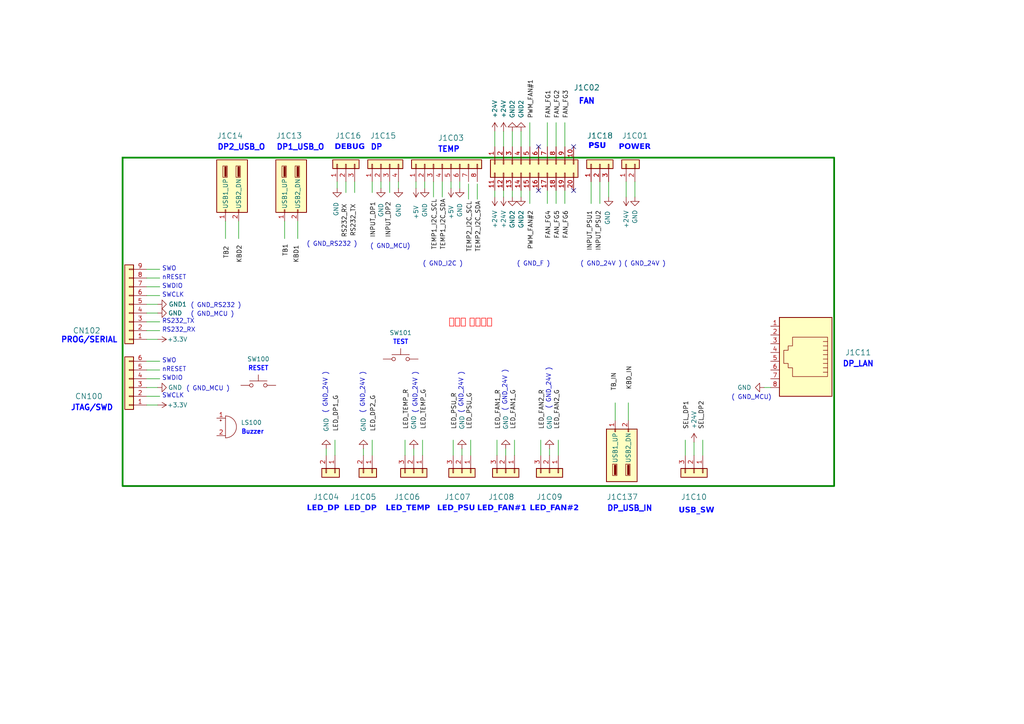
<source format=kicad_sch>
(kicad_sch (version 20230121) (generator eeschema)
  (paper "A4")
  (title_block (title "CONSOLE Control Board") (date "2024-10-11") (rev "R1.1_241209") (company "(주)볼크"))
  (lib_symbols
    (symbol "Connector:RJ45" (pin_names (offset 1.016))
      (property "Reference" "J" (at -5.08 13.97 0))
      (property "Value" "RJ45" (at 2.54 13.97 0))
      (symbol "RJ45_0_1"
        (polyline (pts (xy -5.08 4.445) (xy -6.35 4.445)))
        (polyline (pts (xy -5.08 5.715) (xy -6.35 5.715)))
        (polyline (pts (xy -6.35 -3.175) (xy -5.08 -3.175) (xy -5.08 -3.175)))
        (polyline (pts (xy -6.35 -1.905) (xy -5.08 -1.905) (xy -5.08 -1.905)))
        (polyline (pts (xy -6.35 -0.635) (xy -5.08 -0.635) (xy -5.08 -0.635)))
        (polyline (pts (xy -6.35 0.635) (xy -5.08 0.635) (xy -5.08 0.635)))
        (polyline (pts (xy -6.35 1.905) (xy -5.08 1.905) (xy -5.08 1.905)))
        (polyline (pts (xy -5.08 3.175) (xy -6.35 3.175) (xy -6.35 3.175)))
        (polyline (pts (xy -6.35 -4.445) (xy -6.35 6.985) (xy 3.81 6.985) (xy 3.81 4.445) (xy 5.08 4.445) (xy 5.08 3.175) (xy 6.35 3.175) (xy 6.35 -0.635) (xy 5.08 -0.635) (xy 5.08 -1.905) (xy 3.81 -1.905) (xy 3.81 -4.445) (xy -6.35 -4.445) (xy -6.35 -4.445)))
        (rectangle (start 7.62 12.7) (end -7.62 -10.16) (stroke (width 0.254)) (fill (type background)))
      )
      (symbol "RJ45_1_1"
        (pin passive line (at 10.16 -7.62 180) (length 2.54) (name "~") (number "1"))
        (pin passive line (at 10.16 -5.08 180) (length 2.54) (name "~") (number "2"))
        (pin passive line (at 10.16 -2.54 180) (length 2.54) (name "~") (number "3"))
        (pin passive line (at 10.16 0 180) (length 2.54) (name "~") (number "4"))
        (pin passive line (at 10.16 2.54 180) (length 2.54) (name "~") (number "5"))
        (pin passive line (at 10.16 5.08 180) (length 2.54) (name "~") (number "6"))
        (pin passive line (at 10.16 7.62 180) (length 2.54) (name "~") (number "7"))
        (pin passive line (at 10.16 10.16 180) (length 2.54) (name "~") (number "8"))
      )
    )
    (symbol "Connector:USB_A_2Port" (pin_names (offset 1.016))
      (property "Reference" "J" (at -3.81 17.78 0))
      (property "Value" "USB_A_2Port" (at 1.27 15.24 0))
      (symbol "USB_A_2Port_0_1"
        (rectangle (start -5.08 12.7) (end 10.16 3.81) (stroke (width 0.254)) (fill (type background)))
        (rectangle (start -3.048 10.414) (end -0.254 9.906) (fill (type outline)))
        (rectangle (start -0.254 6.096) (end -3.048 6.604) (fill (type outline)))
        (rectangle (start 0 5.842) (end -3.302 7.112))
        (rectangle (start 0 9.652) (end -3.302 10.922))
        (rectangle (start 10.16 6.223) (end 9.398 6.477))
        (rectangle (start 10.16 10.033) (end 9.398 10.287))
      )
      (symbol "USB_A_2Port_1_1"
        (pin power_in line (at 12.7 10.16 180) (length 2.54) (name "USB1_UP") (number "1"))
        (pin power_in line (at 12.7 6.35 180) (length 2.54) (name "USB2_DN") (number "2"))
      )
    )
    (symbol "Connector_Generic:Conn_01x02" (pin_names (offset 1.016) hide)
      (property "Reference" "J" (at 0 2.54 0))
      (property "Value" "Conn_01x02" (at 0 -5.08 0))
      (symbol "Conn_01x02_1_1"
        (rectangle (start -1.27 -2.413) (end 0 -2.667) (stroke (width 0.1524)))
        (rectangle (start -1.27 0.127) (end 0 -0.127) (stroke (width 0.1524)))
        (rectangle (start -1.27 1.27) (end 1.27 -3.81) (stroke (width 0.254)) (fill (type background)))
        (pin passive line (at -5.08 0 0) (length 3.81) (name "Pin_1") (number "1"))
        (pin passive line (at -5.08 -2.54 0) (length 3.81) (name "Pin_2") (number "2"))
      )
    )
    (symbol "Connector_Generic:Conn_01x03" (pin_names (offset 1.016) hide)
      (property "Reference" "J" (at 0 5.08 0))
      (property "Value" "Conn_01x03" (at 0 -5.08 0))
      (symbol "Conn_01x03_1_1"
        (rectangle (start -1.27 -2.413) (end 0 -2.667) (stroke (width 0.1524)))
        (rectangle (start -1.27 0.127) (end 0 -0.127) (stroke (width 0.1524)))
        (rectangle (start -1.27 2.667) (end 0 2.413) (stroke (width 0.1524)))
        (rectangle (start -1.27 3.81) (end 1.27 -3.81) (stroke (width 0.254)) (fill (type background)))
        (pin passive line (at -5.08 2.54 0) (length 3.81) (name "Pin_1") (number "1"))
        (pin passive line (at -5.08 0 0) (length 3.81) (name "Pin_2") (number "2"))
        (pin passive line (at -5.08 -2.54 0) (length 3.81) (name "Pin_3") (number "3"))
      )
    )
    (symbol "Connector_Generic:Conn_01x04" (pin_names (offset 1.016) hide)
      (property "Reference" "J" (at 0 5.08 0))
      (property "Value" "Conn_01x04" (at 0 -7.62 0))
      (symbol "Conn_01x04_1_1"
        (rectangle (start -1.27 -4.953) (end 0 -5.207) (stroke (width 0.1524)))
        (rectangle (start -1.27 -2.413) (end 0 -2.667) (stroke (width 0.1524)))
        (rectangle (start -1.27 0.127) (end 0 -0.127) (stroke (width 0.1524)))
        (rectangle (start -1.27 2.667) (end 0 2.413) (stroke (width 0.1524)))
        (rectangle (start -1.27 3.81) (end 1.27 -6.35) (stroke (width 0.254)) (fill (type background)))
        (pin passive line (at -5.08 2.54 0) (length 3.81) (name "Pin_1") (number "1"))
        (pin passive line (at -5.08 0 0) (length 3.81) (name "Pin_2") (number "2"))
        (pin passive line (at -5.08 -2.54 0) (length 3.81) (name "Pin_3") (number "3"))
        (pin passive line (at -5.08 -5.08 0) (length 3.81) (name "Pin_4") (number "4"))
      )
    )
    (symbol "Connector_Generic:Conn_01x06" (pin_names (offset 1.016) hide)
      (property "Reference" "J" (at 0 7.62 0))
      (property "Value" "Conn_01x06" (at 0 -10.16 0))
      (symbol "Conn_01x06_1_1"
        (rectangle (start -1.27 -7.493) (end 0 -7.747) (stroke (width 0.1524)))
        (rectangle (start -1.27 -4.953) (end 0 -5.207) (stroke (width 0.1524)))
        (rectangle (start -1.27 -2.413) (end 0 -2.667) (stroke (width 0.1524)))
        (rectangle (start -1.27 0.127) (end 0 -0.127) (stroke (width 0.1524)))
        (rectangle (start -1.27 2.667) (end 0 2.413) (stroke (width 0.1524)))
        (rectangle (start -1.27 5.207) (end 0 4.953) (stroke (width 0.1524)))
        (rectangle (start -1.27 6.35) (end 1.27 -8.89) (stroke (width 0.254)) (fill (type background)))
        (pin passive line (at -5.08 5.08 0) (length 3.81) (name "Pin_1") (number "1"))
        (pin passive line (at -5.08 2.54 0) (length 3.81) (name "Pin_2") (number "2"))
        (pin passive line (at -5.08 0 0) (length 3.81) (name "Pin_3") (number "3"))
        (pin passive line (at -5.08 -2.54 0) (length 3.81) (name "Pin_4") (number "4"))
        (pin passive line (at -5.08 -5.08 0) (length 3.81) (name "Pin_5") (number "5"))
        (pin passive line (at -5.08 -7.62 0) (length 3.81) (name "Pin_6") (number "6"))
      )
    )
    (symbol "Connector_Generic:Conn_01x08" (pin_names (offset 1.016) hide)
      (property "Reference" "J" (at 0 10.16 0))
      (property "Value" "Conn_01x08" (at 0 -12.7 0))
      (symbol "Conn_01x08_1_1"
        (rectangle (start -1.27 -10.033) (end 0 -10.287) (stroke (width 0.1524)))
        (rectangle (start -1.27 -7.493) (end 0 -7.747) (stroke (width 0.1524)))
        (rectangle (start -1.27 -4.953) (end 0 -5.207) (stroke (width 0.1524)))
        (rectangle (start -1.27 -2.413) (end 0 -2.667) (stroke (width 0.1524)))
        (rectangle (start -1.27 0.127) (end 0 -0.127) (stroke (width 0.1524)))
        (rectangle (start -1.27 2.667) (end 0 2.413) (stroke (width 0.1524)))
        (rectangle (start -1.27 5.207) (end 0 4.953) (stroke (width 0.1524)))
        (rectangle (start -1.27 7.747) (end 0 7.493) (stroke (width 0.1524)))
        (rectangle (start -1.27 8.89) (end 1.27 -11.43) (stroke (width 0.254)) (fill (type background)))
        (pin passive line (at -5.08 7.62 0) (length 3.81) (name "Pin_1") (number "1"))
        (pin passive line (at -5.08 5.08 0) (length 3.81) (name "Pin_2") (number "2"))
        (pin passive line (at -5.08 2.54 0) (length 3.81) (name "Pin_3") (number "3"))
        (pin passive line (at -5.08 0 0) (length 3.81) (name "Pin_4") (number "4"))
        (pin passive line (at -5.08 -2.54 0) (length 3.81) (name "Pin_5") (number "5"))
        (pin passive line (at -5.08 -5.08 0) (length 3.81) (name "Pin_6") (number "6"))
        (pin passive line (at -5.08 -7.62 0) (length 3.81) (name "Pin_7") (number "7"))
        (pin passive line (at -5.08 -10.16 0) (length 3.81) (name "Pin_8") (number "8"))
      )
    )
    (symbol "Connector_Generic:Conn_01x09" (pin_names (offset 1.016) hide)
      (property "Reference" "J" (at 0 12.7 0))
      (property "Value" "Conn_01x09" (at 0 -12.7 0))
      (symbol "Conn_01x09_1_1"
        (rectangle (start -1.27 -10.033) (end 0 -10.287) (stroke (width 0.1524)))
        (rectangle (start -1.27 -7.493) (end 0 -7.747) (stroke (width 0.1524)))
        (rectangle (start -1.27 -4.953) (end 0 -5.207) (stroke (width 0.1524)))
        (rectangle (start -1.27 -2.413) (end 0 -2.667) (stroke (width 0.1524)))
        (rectangle (start -1.27 0.127) (end 0 -0.127) (stroke (width 0.1524)))
        (rectangle (start -1.27 2.667) (end 0 2.413) (stroke (width 0.1524)))
        (rectangle (start -1.27 5.207) (end 0 4.953) (stroke (width 0.1524)))
        (rectangle (start -1.27 7.747) (end 0 7.493) (stroke (width 0.1524)))
        (rectangle (start -1.27 10.287) (end 0 10.033) (stroke (width 0.1524)))
        (rectangle (start -1.27 11.43) (end 1.27 -11.43) (stroke (width 0.254)) (fill (type background)))
        (pin passive line (at -5.08 10.16 0) (length 3.81) (name "Pin_1") (number "1"))
        (pin passive line (at -5.08 7.62 0) (length 3.81) (name "Pin_2") (number "2"))
        (pin passive line (at -5.08 5.08 0) (length 3.81) (name "Pin_3") (number "3"))
        (pin passive line (at -5.08 2.54 0) (length 3.81) (name "Pin_4") (number "4"))
        (pin passive line (at -5.08 0 0) (length 3.81) (name "Pin_5") (number "5"))
        (pin passive line (at -5.08 -2.54 0) (length 3.81) (name "Pin_6") (number "6"))
        (pin passive line (at -5.08 -5.08 0) (length 3.81) (name "Pin_7") (number "7"))
        (pin passive line (at -5.08 -7.62 0) (length 3.81) (name "Pin_8") (number "8"))
        (pin passive line (at -5.08 -10.16 0) (length 3.81) (name "Pin_9") (number "9"))
      )
    )
    (symbol "Connector_Generic:Conn_02x10_Top_Bottom" (pin_names (offset 1.016) hide)
      (property "Reference" "J" (at 1.27 12.7 0))
      (property "Value" "Conn_02x10_Top_Bottom" (at 1.27 -15.24 0))
      (symbol "Conn_02x10_Top_Bottom_1_1"
        (rectangle (start -1.27 -12.573) (end 0 -12.827) (stroke (width 0.1524)))
        (rectangle (start -1.27 -10.033) (end 0 -10.287) (stroke (width 0.1524)))
        (rectangle (start -1.27 -7.493) (end 0 -7.747) (stroke (width 0.1524)))
        (rectangle (start -1.27 -4.953) (end 0 -5.207) (stroke (width 0.1524)))
        (rectangle (start -1.27 -2.413) (end 0 -2.667) (stroke (width 0.1524)))
        (rectangle (start -1.27 0.127) (end 0 -0.127) (stroke (width 0.1524)))
        (rectangle (start -1.27 2.667) (end 0 2.413) (stroke (width 0.1524)))
        (rectangle (start -1.27 5.207) (end 0 4.953) (stroke (width 0.1524)))
        (rectangle (start -1.27 7.747) (end 0 7.493) (stroke (width 0.1524)))
        (rectangle (start -1.27 10.287) (end 0 10.033) (stroke (width 0.1524)))
        (rectangle (start -1.27 11.43) (end 3.81 -13.97) (stroke (width 0.254)) (fill (type background)))
        (rectangle (start 3.81 -12.573) (end 2.54 -12.827) (stroke (width 0.1524)))
        (rectangle (start 3.81 -10.033) (end 2.54 -10.287) (stroke (width 0.1524)))
        (rectangle (start 3.81 -7.493) (end 2.54 -7.747) (stroke (width 0.1524)))
        (rectangle (start 3.81 -4.953) (end 2.54 -5.207) (stroke (width 0.1524)))
        (rectangle (start 3.81 -2.413) (end 2.54 -2.667) (stroke (width 0.1524)))
        (rectangle (start 3.81 0.127) (end 2.54 -0.127) (stroke (width 0.1524)))
        (rectangle (start 3.81 2.667) (end 2.54 2.413) (stroke (width 0.1524)))
        (rectangle (start 3.81 5.207) (end 2.54 4.953) (stroke (width 0.1524)))
        (rectangle (start 3.81 7.747) (end 2.54 7.493) (stroke (width 0.1524)))
        (rectangle (start 3.81 10.287) (end 2.54 10.033) (stroke (width 0.1524)))
        (pin passive line (at -5.08 10.16 0) (length 3.81) (name "Pin_1") (number "1"))
        (pin passive line (at -5.08 -12.7 0) (length 3.81) (name "Pin_10") (number "10"))
        (pin passive line (at 7.62 10.16 180) (length 3.81) (name "Pin_11") (number "11"))
        (pin passive line (at 7.62 7.62 180) (length 3.81) (name "Pin_12") (number "12"))
        (pin passive line (at 7.62 5.08 180) (length 3.81) (name "Pin_13") (number "13"))
        (pin passive line (at 7.62 2.54 180) (length 3.81) (name "Pin_14") (number "14"))
        (pin passive line (at 7.62 0 180) (length 3.81) (name "Pin_15") (number "15"))
        (pin passive line (at 7.62 -2.54 180) (length 3.81) (name "Pin_16") (number "16"))
        (pin passive line (at 7.62 -5.08 180) (length 3.81) (name "Pin_17") (number "17"))
        (pin passive line (at 7.62 -7.62 180) (length 3.81) (name "Pin_18") (number "18"))
        (pin passive line (at 7.62 -10.16 180) (length 3.81) (name "Pin_19") (number "19"))
        (pin passive line (at -5.08 7.62 0) (length 3.81) (name "Pin_2") (number "2"))
        (pin passive line (at 7.62 -12.7 180) (length 3.81) (name "Pin_20") (number "20"))
        (pin passive line (at -5.08 5.08 0) (length 3.81) (name "Pin_3") (number "3"))
        (pin passive line (at -5.08 2.54 0) (length 3.81) (name "Pin_4") (number "4"))
        (pin passive line (at -5.08 0 0) (length 3.81) (name "Pin_5") (number "5"))
        (pin passive line (at -5.08 -2.54 0) (length 3.81) (name "Pin_6") (number "6"))
        (pin passive line (at -5.08 -5.08 0) (length 3.81) (name "Pin_7") (number "7"))
        (pin passive line (at -5.08 -7.62 0) (length 3.81) (name "Pin_8") (number "8"))
        (pin passive line (at -5.08 -10.16 0) (length 3.81) (name "Pin_9") (number "9"))
      )
    )
    (symbol "Device:Buzzer" (pin_names (offset 0.0254) hide)
      (property "Reference" "BZ" (at 3.81 1.27 0))
      (property "Value" "Buzzer" (at 3.81 -1.27 0))
      (symbol "Buzzer_0_1"
        (arc (start 0 -3.175) (mid 3.1612 0) (end 0 3.175))
        (polyline (pts (xy -1.651 1.905) (xy -1.143 1.905)))
        (polyline (pts (xy -1.397 2.159) (xy -1.397 1.651)))
        (polyline (pts (xy 0 3.175) (xy 0 -3.175)))
      )
      (symbol "Buzzer_1_1"
        (pin passive line (at -2.54 2.54 0) (length 2.54) (name "-") (number "1"))
        (pin passive line (at -2.54 -2.54 0) (length 2.54) (name "+") (number "2"))
      )
    )
    (symbol "Switch:SW_Push" (pin_numbers hide) (pin_names (offset 1.016) hide)
      (property "Reference" "SW" (at 1.27 2.54 0))
      (property "Value" "SW_Push" (at 0 -1.524 0))
      (symbol "SW_Push_0_1"
        (circle (center -2.032 0) (radius 0.508))
        (polyline (pts (xy 0 1.27) (xy 0 3.048)))
        (polyline (pts (xy 2.54 1.27) (xy -2.54 1.27)))
        (circle (center 2.032 0) (radius 0.508))
        (pin passive line (at -5.08 0 0) (length 2.54) (name "1") (number "1"))
        (pin passive line (at 5.08 0 180) (length 2.54) (name "2") (number "2"))
      )
    )
    (symbol "gnd:GND" (power) (pin_numbers hide) (pin_names (offset 0) hide)
      (property "Value" "GND" (at 0 -3.81 0))
      (symbol "GND_0_1"
        (polyline (pts (xy 0 0) (xy 0 -1.27) (xy 1.27 -1.27) (xy 0 -2.54) (xy -1.27 -1.27) (xy 0 -1.27)))
      )
      (symbol "GND_1_1"
        (pin power_in line (at 0 0 270) (length 0) hide (name "GND") (number "1"))
      )
    )
    (symbol "power:+24V" (power) (pin_numbers hide) (pin_names (offset 0) hide)
      (property "Value" "+24V" (at 0 3.556 0))
      (symbol "+24V_0_1"
        (polyline (pts (xy -0.762 1.27) (xy 0 2.54)))
        (polyline (pts (xy 0 0) (xy 0 2.54)))
        (polyline (pts (xy 0 2.54) (xy 0.762 1.27)))
      )
      (symbol "+24V_1_1"
        (pin power_in line (at 0 0 90) (length 0) hide (name "+24V") (number "1"))
      )
    )
    (symbol "power:+3.3V" (power) (pin_numbers hide) (pin_names (offset 0) hide)
      (property "Value" "+3.3V" (at 0 3.556 0))
      (symbol "+3.3V_0_1"
        (polyline (pts (xy -0.762 1.27) (xy 0 2.54)))
        (polyline (pts (xy 0 0) (xy 0 2.54)))
        (polyline (pts (xy 0 2.54) (xy 0.762 1.27)))
      )
      (symbol "+3.3V_1_1"
        (pin power_in line (at 0 0 90) (length 0) hide (name "+3.3V") (number "1"))
      )
    )
    (symbol "power:+5V" (power) (pin_numbers hide) (pin_names (offset 0) hide)
      (property "Value" "+5V" (at 0 3.556 0))
      (symbol "+5V_0_1"
        (polyline (pts (xy -0.762 1.27) (xy 0 2.54)))
        (polyline (pts (xy 0 0) (xy 0 2.54)))
        (polyline (pts (xy 0 2.54) (xy 0.762 1.27)))
      )
      (symbol "+5V_1_1"
        (pin power_in line (at 0 0 90) (length 0) hide (name "+5V") (number "1"))
      )
    )
    (symbol "power:GND" (power) (pin_numbers hide) (pin_names (offset 0) hide)
      (property "Value" "GND" (at 0 -3.81 0))
      (symbol "GND_0_1"
        (polyline (pts (xy 0 0) (xy 0 -1.27) (xy 1.27 -1.27) (xy 0 -2.54) (xy -1.27 -1.27) (xy 0 -1.27)))
      )
      (symbol "GND_1_1"
        (pin power_in line (at 0 0 270) (length 0) hide (name "GND") (number "1"))
      )
    )
    (symbol "power:GND1" (power) (pin_numbers hide) (pin_names (offset 0) hide)
      (property "Value" "GND1" (at 0 -3.81 0))
      (symbol "GND1_0_1"
        (polyline (pts (xy 0 0) (xy 0 -1.27) (xy 1.27 -1.27) (xy 0 -2.54) (xy -1.27 -1.27) (xy 0 -1.27)))
      )
      (symbol "GND1_1_1"
        (pin power_in line (at 0 0 270) (length 0) hide (name "GND1") (number "1"))
      )
    )
    (symbol "power:GND2" (power) (pin_numbers hide) (pin_names (offset 0) hide)
      (property "Value" "GND2" (at 0 -3.81 0))
      (symbol "GND2_0_1"
        (polyline (pts (xy 0 0) (xy 0 -1.27) (xy 1.27 -1.27) (xy 0 -2.54) (xy -1.27 -1.27) (xy 0 -1.27)))
      )
      (symbol "GND2_1_1"
        (pin power_in line (at 0 0 270) (length 0) hide (name "GND2") (number "1"))
      )
    )
  )
  (no_connect (at 166.37 42.545))
  (no_connect (at 166.37 55.245))
  (no_connect (at 156.21 55.245))
  (no_connect (at 156.21 42.545))
  (wire (pts (xy 120.65 54.61) (xy 120.65 52.705)))
  (wire (pts (xy 156.845 127.635) (xy 156.845 132.08)))
  (wire (pts (xy 171.45 52.705) (xy 171.45 59.055)))
  (wire (pts (xy 97.155 127.635) (xy 97.155 132.08)))
  (wire (pts (xy 133.35 54.61) (xy 133.35 52.705)))
  (wire (pts (xy 146.685 130.175) (xy 146.685 132.08)))
  (wire (pts (xy 148.59 38.1) (xy 148.59 42.545)))
  (wire (pts (xy 221.615 112.395) (xy 223.52 112.395)))
  (wire (pts (xy 46.355 109.855) (xy 42.545 109.855)))
  (wire (pts (xy 107.95 52.705) (xy 107.95 55.88)))
  (wire (pts (xy 86.36 69.215) (xy 86.36 64.135)))
  (wire (pts (xy 153.67 42.545) (xy 153.67 35.56)))
  (wire (pts (xy 115.57 54.61) (xy 115.57 52.705)))
  (wire (pts (xy 46.355 95.885) (xy 42.545 95.885)))
  (wire (pts (xy 120.015 130.175) (xy 120.015 132.08)))
  (wire (pts (xy 82.55 69.215) (xy 82.55 64.135)))
  (wire (pts (xy 148.59 57.15) (xy 148.59 55.245)))
  (wire (pts (xy 143.51 57.15) (xy 143.51 55.245)))
  (wire (pts (xy 46.355 80.645) (xy 42.545 80.645)))
  (wire (pts (xy 143.51 38.1) (xy 143.51 42.545)))
  (wire (pts (xy 110.49 54.61) (xy 110.49 52.705)))
  (wire (pts (xy 65.405 69.215) (xy 65.405 64.135)))
  (wire (pts (xy 113.03 52.705) (xy 113.03 55.88)))
  (wire (pts (xy 181.61 57.15) (xy 181.61 52.705)))
  (wire (pts (xy 151.13 57.15) (xy 151.13 55.245)))
  (wire (pts (xy 146.05 38.1) (xy 146.05 42.545)))
  (wire (pts (xy 46.355 93.345) (xy 42.545 93.345)))
  (wire (pts (xy 161.29 55.245) (xy 161.29 59.055)))
  (wire (pts (xy 138.43 53.34) (xy 138.43 57.785)))
  (wire (pts (xy 198.755 127.635) (xy 198.755 132.08)))
  (wire (pts (xy 135.89 53.34) (xy 135.89 57.785)))
  (wire (pts (xy 100.33 55.88) (xy 100.33 52.705)))
  (wire (pts (xy 182.245 116.84) (xy 182.245 121.92)))
  (wire (pts (xy 46.355 83.185) (xy 42.545 83.185)))
  (wire (pts (xy 45.72 90.805) (xy 42.545 90.805)))
  (wire (pts (xy 201.295 128.27) (xy 201.295 132.08)))
  (wire (pts (xy 46.355 114.935) (xy 42.545 114.935)))
  (wire (pts (xy 130.81 54.61) (xy 130.81 52.705)))
  (wire (pts (xy 158.75 55.245) (xy 158.75 59.055)))
  (wire (pts (xy 151.13 38.1) (xy 151.13 42.545)))
  (wire (pts (xy 45.72 112.395) (xy 42.545 112.395)))
  (wire (pts (xy 203.835 127.635) (xy 203.835 132.08)))
  (wire (pts (xy 158.75 42.545) (xy 158.75 35.56)))
  (wire (pts (xy 102.87 55.88) (xy 102.87 52.705)))
  (wire (pts (xy 149.225 127.635) (xy 149.225 132.08)))
  (wire (pts (xy 46.355 104.775) (xy 42.545 104.775)))
  (wire (pts (xy 176.53 52.705) (xy 176.53 57.15)))
  (wire (pts (xy 163.83 42.545) (xy 163.83 35.56)))
  (wire (pts (xy 178.435 116.84) (xy 178.435 121.92)))
  (wire (pts (xy 45.72 88.265) (xy 42.545 88.265)))
  (wire (pts (xy 123.19 54.61) (xy 123.19 52.705)))
  (wire (pts (xy 46.355 78.105) (xy 42.545 78.105)))
  (wire (pts (xy 69.215 69.215) (xy 69.215 64.135)))
  (wire (pts (xy 173.99 52.705) (xy 173.99 59.055)))
  (wire (pts (xy 163.83 55.245) (xy 163.83 59.055)))
  (wire (pts (xy 122.555 127.635) (xy 122.555 132.08)))
  (wire (pts (xy 107.95 127.635) (xy 107.95 132.08)))
  (wire (pts (xy 161.925 127.635) (xy 161.925 132.08)))
  (wire (pts (xy 46.355 107.315) (xy 42.545 107.315)))
  (wire (pts (xy 105.41 130.175) (xy 105.41 132.08)))
  (wire (pts (xy 144.145 127.635) (xy 144.145 132.08)))
  (wire (pts (xy 153.67 55.245) (xy 153.67 59.055)))
  (wire (pts (xy 133.985 130.175) (xy 133.985 132.08)))
  (wire (pts (xy 45.72 98.425) (xy 42.545 98.425)))
  (wire (pts (xy 45.72 117.475) (xy 42.545 117.475)))
  (wire (pts (xy 146.05 57.15) (xy 146.05 55.245)))
  (wire (pts (xy 159.385 130.175) (xy 159.385 132.08)))
  (wire (pts (xy 136.525 127.635) (xy 136.525 132.08)))
  (wire (pts (xy 131.445 127.635) (xy 131.445 132.08)))
  (wire (pts (xy 128.27 52.705) (xy 128.27 57.15)))
  (wire (pts (xy 94.615 130.175) (xy 94.615 132.08)))
  (wire (pts (xy 97.79 54.61) (xy 97.79 52.705)))
  (wire (pts (xy 46.355 85.725) (xy 42.545 85.725)))
  (wire (pts (xy 125.73 52.705) (xy 125.73 57.15)))
  (wire (pts (xy 184.15 57.15) (xy 184.15 52.705)))
  (wire (pts (xy 161.29 42.545) (xy 161.29 35.56)))
  (wire (pts (xy 117.475 127.635) (xy 117.475 132.08)))
  (rectangle (start 35.56 45.72) (end 241.935 140.97) (stroke (width 0.5) (color 0 132 0 1)))
  (text "냫" (at 98.425 130.175 0) (effects (font (size 1.27 1.27)) (justify left bottom)))
  (text "( GND_24V )\n\n" (at 107.95 120.015 90) (effects (font (size 1.27 1.27)) (justify left bottom)))
  (text "SWO" (at 46.99 78.74 0) (effects (font (size 1.27 1.27)) (justify left bottom)))
  (text "SWDIO" (at 46.99 110.49 0) (effects (font (size 1.27 1.27)) (justify left bottom)))
  (text "SWCLK" (at 46.99 115.57 0) (effects (font (size 1.27 1.27)) (justify left bottom)))
  (text "( GND_24V )\n\n" (at 149.225 119.38 90) (effects (font (size 1.27 1.27)) (justify left bottom)))
  (text "RS232_RX" (at 46.99 96.52 0) (effects (font (size 1.27 1.27)) (justify left bottom)))
  (text "RS232_TX" (at 46.99 93.98 0) (effects (font (size 1.27 1.27)) (justify left bottom)))
  (text "( GND_F )\n\n" (at 149.86 79.375 0) (effects (font (size 1.27 1.27)) (justify left bottom)))
  (text "nRESET" (at 46.99 81.28 0) (effects (font (size 1.27 1.27)) (justify left bottom)))
  (text "( GND_MCU )\n\n" (at 55.245 93.98 0) (effects (font (size 1.27 1.27)) (justify left bottom)))
  (text "( GND_MCU)\n\n" (at 212.09 118.11 0) (effects (font (size 1.27 1.27)) (justify left bottom)))
  (text "SWO" (at 46.99 105.41 0) (effects (font (size 1.27 1.27)) (justify left bottom)))
  (text "nRESET" (at 46.99 107.95 0) (effects (font (size 1.27 1.27)) (justify left bottom)))
  (text "( GND_24V )\n\n" (at 123.19 120.015 90) (effects (font (size 1.27 1.27)) (justify left bottom)))
  (text "( GND_MCU)\n\n" (at 107.315 74.295 0) (effects (font (size 1.27 1.27)) (justify left bottom)))
  (text "( GND_RS232 )\n\n" (at 55.245 91.44 0) (effects (font (size 1.27 1.27)) (justify left bottom)))
  (text "냫" (at 180.34 54.61 0) (effects (font (size 1.27 1.27)) (justify right bottom)))
  (text "SWCLK" (at 46.99 86.36 0) (effects (font (size 1.27 1.27)) (justify left bottom)))
  (text "( GND_RS232 )\n\n" (at 88.9 73.66 0) (effects (font (size 1.27 1.27)) (justify left bottom)))
  (text "콘솔형 제어보드" (at 130.175 95.25 0) (effects (font (size 2 2)) (justify left bottom)))
  (text "( GND_MCU )\n\n" (at 53.975 115.57 0) (effects (font (size 1.27 1.27)) (justify left bottom)))
  (text "( GND_24V )\n\n" (at 161.925 118.745 90) (effects (font (size 1.27 1.27)) (justify left bottom)))
  (text "( GND_I2C )\n\n" (at 122.555 79.375 0) (effects (font (size 1.27 1.27)) (justify left bottom)))
  (text "( GND_24V )\n\n" (at 97.155 120.015 90) (effects (font (size 1.27 1.27)) (justify left bottom)))
  (text "( GND_24V )\n\n" (at 136.525 120.015 90) (effects (font (size 1.27 1.27)) (justify left bottom)))
  (text "( GND_24V )\n\n" (at 168.275 79.375 0) (effects (font (size 1.27 1.27)) (justify left bottom)))
  (text "( GND_24V )\n\n" (at 180.975 79.375 0) (effects (font (size 1.27 1.27)) (justify left bottom)))
  (text "냫" (at 109.22 130.175 0) (effects (font (size 1.27 1.27)) (justify left bottom)))
  (text "SWDIO" (at 46.99 83.82 0) (effects (font (size 1.27 1.27)) (justify left bottom)))
  (label "FAN_FG1" (at 160.02 34.29 90))
  (label "FAN_FG2" (at 162.56 34.29 90))
  (label "INPUT_PSU1" (at 172.085 60.96 270))
  (label "SEL_DP1" (at 200.025 124.46 90))
  (label "LED_FAN1_R" (at 145.415 124.46 90))
  (label "PWM_FAN#1" (at 154.94 34.29 90))
  (label "RS232_TX" (at 103.505 59.055 270))
  (label "TEMP2_I2C_SCL" (at 137.16 73.025 90))
  (label "LED_FAN1_G" (at 149.86 124.46 90))
  (label "LED_FAN2_R" (at 158.115 124.46 90))
  (label "LED_DP1_G" (at 98.425 125.095 90))
  (label "FAN_FG6" (at 165.1 60.96 270))
  (label "LED_PSU_R" (at 132.715 124.46 90))
  (label "LED_DP2_G" (at 109.22 125.095 90))
  (label "LED_PSU_G" (at 137.16 124.46 90))
  (label "TEMP1_I2C_SDA" (at 129.54 72.39 90))
  (label "KBD1" (at 86.995 76.2 90))
  (label "INPUT_DP2" (at 113.665 58.42 270))
  (label "TEMP1_I2C_SCL" (at 127 72.39 90))
  (label "INPUT_DP1" (at 109.22 58.42 270))
  (label "KBD2" (at 70.485 76.2 90))
  (label "LED_TEMP_G" (at 123.825 124.46 90))
  (label "KBD_IN" (at 183.515 106.045 270))
  (label "PWM_FAN#2" (at 154.94 60.96 270))
  (label "FAN_FG4" (at 160.02 60.96 270))
  (label "FAN_FG3" (at 165.1 34.29 90))
  (label "LED_FAN2_G" (at 162.56 124.46 90))
  (label "TB1" (at 83.82 74.295 90))
  (label "RS232_RX" (at 100.965 59.055 270))
  (label "LED_TEMP_R" (at 118.745 124.46 90))
  (label "TB2" (at 66.675 74.93 90))
  (label "TEMP2_I2C_SDA" (at 139.7 73.025 90))
  (label "INPUT_PSU2" (at 174.625 60.96 270))
  (label "FAN_FG5" (at 162.56 60.96 270))
  (label "TB_IN" (at 179.07 107.95 270))
  (label "SEL_DP2" (at 204.47 124.46 90))
  (symbol (lib_id "Connector_Generic:Conn_01x03") (at 173.99 47.625 90) (unit 1)
    (property "Reference" "J1C18" (at 170.18 39.37 90) (effects (font (size 1.6 1.6)) (justify right)))
    (property "Value" "PSU" (at 170.4975 42.2275 90) (effects (font (size 1.6 1.6) bold) (justify right)))
  )
  (symbol (lib_id "Connector_Generic:Conn_01x03") (at 146.685 137.16 270) (unit 1)
    (property "Reference" "J1C08" (at 149.225 144.145 90) (effects (font (size 1.6 1.6)) (justify right)))
    (property "Value" "LED_FAN#1" (at 152.4 147.32 90) (effects (font (size 1.6 1.6) bold) (justify right)))
  )
  (symbol (lib_id "Connector_Generic:Conn_01x03") (at 120.015 137.16 270) (unit 1)
    (property "Reference" "J1C06" (at 121.92 144.145 90) (effects (font (size 1.6 1.6)) (justify right)))
    (property "Value" "LED_TEMP" (at 124.46 147.32 90) (effects (font (size 1.6 1.6) bold) (justify right)))
  )
  (symbol (lib_id "power:GND") (at 97.79 54.61 0) (mirror y) (unit 1)
    (property "Reference" "#PWR04" (effects hide))
    (property "Value" "GND" (at 97.4725 60.6425 90))
  )
  (symbol (lib_id "Device:Buzzer") (at 65.405 123.825 0) (unit 1)
    (property "Reference" "LS100" (at 69.85 122.555 0) (effects (justify left)))
    (property "Value" "Buzzer" (at 69.85 125.095 0) (effects (font bold) (justify left)))
  )
  (symbol (lib_id "power:+5V") (at 120.65 54.61 0) (mirror x) (unit 1)
    (property "Reference" "#PWR08" (effects hide))
    (property "Value" "+5V" (at 120.65 61.595 90))
  )
  (symbol (lib_id "Connector_Generic:Conn_01x03") (at 100.33 47.625 90) (unit 1)
    (property "Reference" "J1C16" (at 97.155 39.37 90) (effects (font (size 1.6 1.6)) (justify right)))
    (property "Value" "DEBUG" (at 97.155 42.545 90) (effects (font (size 1.6 1.6) bold) (justify right)))
  )
  (symbol (lib_id "Connector:USB_A_2Port") (at 92.71 51.435 90) (mirror x) (unit 1)
    (property "Reference" "J1C13" (at 80.01 39.37 90) (effects (font (size 1.6 1.6)) (justify right)))
    (property "Value" "DP1_USB_O" (at 80.01 42.545 90) (effects (font (size 1.6 1.6) bold) (justify right)))
  )
  (symbol (lib_id "power:GND") (at 45.72 90.805 90) (mirror x) (unit 1)
    (property "Reference" "#PWR01" (effects hide))
    (property "Value" "GND" (at 50.8 90.805 90))
  )
  (symbol (lib_id "Connector_Generic:Conn_02x10_Top_Bottom") (at 153.67 47.625 90) (mirror x) (unit 1)
    (property "Reference" "J1C02" (at 170.18 25.4 90) (effects (font (size 1.6 1.6))))
    (property "Value" "FAN" (at 170.18 29.21 90) (effects (font (size 1.6 1.6) bold)))
  )
  (symbol (lib_id "power:GND2") (at 148.59 38.1 180) (unit 1)
    (property "Reference" "#PWR013" (effects hide))
    (property "Value" "GND2" (at 148.59 34.29 90) (effects (justify right)))
  )
  (symbol (lib_id "Connector_Generic:Conn_01x03") (at 159.385 137.16 270) (unit 1)
    (property "Reference" "J1C09" (at 163.195 144.145 90) (effects (font (size 1.6 1.6)) (justify right)))
    (property "Value" "LED_FAN#2" (at 167.64 147.32 90) (effects (font (size 1.6 1.6) bold) (justify right)))
  )
  (symbol (lib_id "power:GND1") (at 45.72 88.265 90) (unit 1)
    (property "Reference" "#PWR03" (effects hide))
    (property "Value" "GND1" (at 48.895 88.265 90) (effects (justify right)))
  )
  (symbol (lib_id "Connector:USB_A_2Port") (at 75.565 51.435 90) (mirror x) (unit 1)
    (property "Reference" "J1C14" (at 62.865 39.37 90) (effects (font (size 1.6 1.6)) (justify right)))
    (property "Value" "DP2_USB_O" (at 62.865 42.545 90) (effects (font (size 1.6 1.6) bold) (justify right)))
  )
  (symbol (lib_id "power:+3.3V") (at 45.72 117.475 270) (unit 1)
    (property "Reference" "#PWR027" (effects hide))
    (property "Value" "+3.3V" (at 51.435 117.475 90))
  )
  (symbol (lib_id "Connector_Generic:Conn_01x02") (at 107.95 137.16 270) (unit 1)
    (property "Reference" "J1C05" (at 109.22 144.145 90) (effects (font (size 1.6 1.6)) (justify right)))
    (property "Value" "LED_DP" (at 109.22 147.32 90) (effects (font (size 1.6 1.6) bold) (justify right)))
  )
  (symbol (lib_id "power:GND") (at 159.385 130.175 0) (mirror x) (unit 1)
    (property "Reference" "#PWR029" (effects hide))
    (property "Value" "GND" (at 159.385 122.555 90))
  )
  (symbol (lib_id "Connector_Generic:Conn_01x09") (at 37.465 88.265 180) (unit 1)
    (property "Reference" "CN102" (at 29.21 95.885 0) (effects (font (size 1.6 1.6)) (justify left)))
    (property "Value" "PROG/SERIAL" (at 34.29 98.425 0) (effects (font (size 1.6 1.6) bold) (justify left)))
  )
  (symbol (lib_id "Switch:SW_Push") (at 116.205 104.14 0) (unit 1)
    (property "Reference" "SW101" (at 116.205 96.52 0))
    (property "Value" "TEST" (at 116.205 99.06 0) (effects (font bold)))
  )
  (symbol (lib_id "power:+3.3V") (at 45.72 98.425 270) (unit 1)
    (property "Reference" "#PWR02" (effects hide))
    (property "Value" "+3.3V" (at 51.435 98.425 90))
  )
  (symbol (lib_id "power:GND") (at 120.015 130.175 0) (mirror x) (unit 1)
    (property "Reference" "#PWR023" (effects hide))
    (property "Value" "GND" (at 120.015 122.555 90))
  )
  (symbol (lib_id "power:+24V") (at 146.05 57.15 0) (mirror x) (unit 1)
    (property "Reference" "#PWR016" (effects hide))
    (property "Value" "+24V" (at 146.05 60.96 90) (effects (justify left)))
  )
  (symbol (lib_id "Connector_Generic:Conn_01x02") (at 97.155 137.16 270) (unit 1)
    (property "Reference" "J1C04" (at 98.425 144.145 90) (effects (font (size 1.6 1.6)) (justify right)))
    (property "Value" "LED_DP" (at 98.425 147.32 90) (effects (font (size 1.6 1.6) bold) (justify right)))
  )
  (symbol (lib_id "power:+24V") (at 181.61 57.15 0) (mirror x) (unit 1)
    (property "Reference" "#PWR020" (effects hide))
    (property "Value" "+24V" (at 181.61 60.96 90) (effects (justify left)))
  )
  (symbol (lib_id "Connector_Generic:Conn_01x02") (at 181.61 47.625 90) (unit 1)
    (property "Reference" "J1C01" (at 180.34 39.37 90) (effects (font (size 1.6 1.6)) (justify right)))
    (property "Value" "POWER" (at 179.705 42.545 90) (effects (font (size 1.6 1.6) bold) (justify right)))
  )
  (symbol (lib_id "power:GND") (at 146.685 130.175 0) (mirror x) (unit 1)
    (property "Reference" "#PWR026" (effects hide))
    (property "Value" "GND" (at 146.685 122.555 90))
  )
  (symbol (lib_id "power:+24V") (at 143.51 57.15 0) (mirror x) (unit 1)
    (property "Reference" "#PWR015" (effects hide))
    (property "Value" "+24V" (at 143.51 60.96 90) (effects (justify left)))
  )
  (symbol (lib_id "Connector_Generic:Conn_01x03") (at 133.985 137.16 270) (unit 1)
    (property "Reference" "J1C07" (at 136.525 144.145 90) (effects (font (size 1.6 1.6)) (justify right)))
    (property "Value" "LED_PSU" (at 137.795 147.32 90) (effects (font (size 1.6 1.6) bold) (justify right)))
  )
  (symbol (lib_id "power:GND2") (at 151.13 57.15 0) (mirror y) (unit 1)
    (property "Reference" "#PWR018" (effects hide))
    (property "Value" "GND2" (at 151.13 60.96 90) (effects (justify right)))
  )
  (symbol (lib_id "Connector_Generic:Conn_01x06") (at 37.465 112.395 180) (unit 1)
    (property "Reference" "CN100" (at 29.845 114.935 0) (effects (font (size 1.6 1.6)) (justify left)))
    (property "Value" "JTAG/SWD" (at 26.67 118.11 0) (effects (font (size 1.6 1.6) bold)))
  )
  (symbol (lib_id "power:GND") (at 133.985 130.175 0) (mirror x) (unit 1)
    (property "Reference" "#PWR025" (effects hide))
    (property "Value" "GND" (at 133.985 122.555 90))
  )
  (symbol (lib_id "power:GND") (at 105.41 130.175 180) (unit 1)
    (property "Reference" "#PWR022" (effects hide))
    (property "Value" "GND" (at 105.41 123.19 90))
  )
  (symbol (lib_id "power:GND2") (at 151.13 38.1 180) (unit 1)
    (property "Reference" "#PWR014" (effects hide))
    (property "Value" "GND2" (at 151.13 34.29 90) (effects (justify right)))
  )
  (symbol (lib_id "gnd:GND") (at 115.57 54.61 0) (unit 1)
    (property "Reference" "#PWR06" (effects hide))
    (property "Value" "GND" (at 115.57 60.96 90))
  )
  (symbol (lib_id "gnd:GND") (at 123.19 54.61 0) (unit 1)
    (property "Reference" "#PWR07" (effects hide))
    (property "Value" "GND" (at 123.19 60.96 90))
  )
  (symbol (lib_id "Connector:USB_A_2Port") (at 188.595 134.62 90) (unit 1)
    (property "Reference" "J1C137" (at 175.895 144.145 90) (effects (font (size 1.6 1.6)) (justify right)))
    (property "Value" "DP_USB_IN" (at 175.895 147.32 90) (effects (font (size 1.6 1.6) bold) (justify right)))
  )
  (symbol (lib_id "power:+5V") (at 130.81 54.61 0) (mirror x) (unit 1)
    (property "Reference" "#PWR09" (effects hide))
    (property "Value" "+5V" (at 130.81 61.595 90))
  )
  (symbol (lib_id "power:GND") (at 184.15 57.15 0) (unit 1)
    (property "Reference" "#PWR024" (effects hide))
    (property "Value" "GND" (at 184.15 62.865 90))
  )
  (symbol (lib_id "power:GND") (at 94.615 130.175 180) (unit 1)
    (property "Reference" "#PWR021" (effects hide))
    (property "Value" "GND" (at 94.615 123.19 90))
  )
  (symbol (lib_id "Connector_Generic:Conn_01x04") (at 110.49 47.625 90) (unit 1)
    (property "Reference" "J1C15" (at 111.125 39.37 90) (effects (font (size 1.6 1.6))))
    (property "Value" "DP" (at 109.22 42.545 90) (effects (font (size 1.6 1.6) bold)))
  )
  (symbol (lib_id "Switch:SW_Push") (at 74.93 111.76 0) (unit 1)
    (property "Reference" "SW100" (at 74.93 104.14 0))
    (property "Value" "RESET" (at 74.93 106.68 0) (effects (font bold)))
  )
  (symbol (lib_id "gnd:GND") (at 133.35 54.61 0) (unit 1)
    (property "Reference" "#PWR010" (effects hide))
    (property "Value" "GND" (at 133.35 60.96 90))
  )
  (symbol (lib_id "Connector_Generic:Conn_01x08") (at 128.27 47.625 90) (unit 1)
    (property "Reference" "J1C03" (at 130.81 40.005 90) (effects (font (size 1.6 1.6))))
    (property "Value" "TEMP" (at 130.175 43.18 90) (effects (font (size 1.6 1.6) bold)))
  )
  (symbol (lib_id "power:GND2") (at 148.59 57.15 0) (mirror y) (unit 1)
    (property "Reference" "#PWR017" (effects hide))
    (property "Value" "GND2" (at 148.59 60.96 90) (effects (justify right)))
  )
  (symbol (lib_id "Connector:RJ45") (at 233.68 102.235 180) (unit 1)
    (property "Reference" "J1C11" (at 248.92 102.235 0) (effects (font (size 1.6 1.6))))
    (property "Value" "DP_LAN" (at 248.92 105.41 0) (effects (font (size 1.6 1.6) bold)))
  )
  (symbol (lib_id "power:GND") (at 176.53 57.15 0) (mirror y) (unit 1)
    (property "Reference" "#PWR019" (effects hide))
    (property "Value" "GND" (at 176.2125 63.1825 90))
  )
  (symbol (lib_id "power:+24V") (at 143.51 38.1 0) (unit 1)
    (property "Reference" "#PWR011" (effects hide))
    (property "Value" "+24V" (at 143.51 34.29 90) (effects (justify left)))
  )
  (symbol (lib_id "power:GND") (at 221.615 112.395 270) (mirror x) (unit 1)
    (property "Reference" "#PWR030" (effects hide))
    (property "Value" "GND" (at 215.9 112.395 90))
  )
  (symbol (lib_id "power:+24V") (at 201.295 128.27 0) (unit 1)
    (property "Reference" "#PWR031" (effects hide))
    (property "Value" "+24V" (at 201.295 124.46 90) (effects (justify left)))
  )
  (symbol (lib_id "Connector_Generic:Conn_01x03") (at 201.295 137.16 270) (unit 1)
    (property "Reference" "J1C10" (at 205.105 144.145 90) (effects (font (size 1.6 1.6)) (justify right)))
    (property "Value" "USB_SW" (at 207.01 147.955 90) (effects (font (size 1.6 1.6) bold) (justify right)))
  )
  (symbol (lib_id "power:+24V") (at 146.05 38.1 0) (unit 1)
    (property "Reference" "#PWR012" (effects hide))
    (property "Value" "+24V" (at 146.05 34.29 90) (effects (justify left)))
  )
  (symbol (lib_id "gnd:GND") (at 110.49 54.61 0) (unit 1)
    (property "Reference" "#PWR05" (effects hide))
    (property "Value" "GND" (at 110.49 60.96 90))
  )
  (symbol (lib_id "power:GND") (at 45.72 112.395 90) (mirror x) (unit 1)
    (property "Reference" "#PWR028" (effects hide))
    (property "Value" "GND" (at 50.8 112.395 90))
  )
)
</source>
